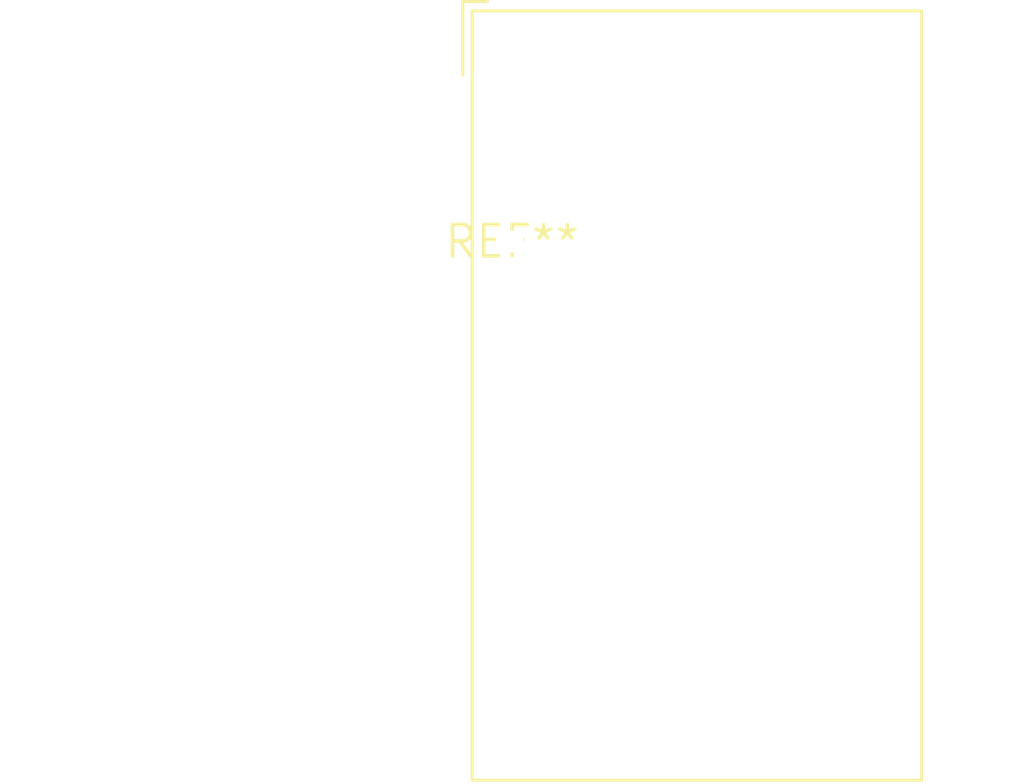
<source format=kicad_pcb>
(kicad_pcb (version 20240108) (generator pcbnew)
  (layers (0 "F.Cu" signal) (31 "B.Cu" signal) (34 "B.Paste" user) (35 "F.Paste" user) (36 "B.SilkS" user "B.Silkscreen") (37 "F.SilkS" user "F.Silkscreen") (38 "B.Mask" user) (39 "F.Mask" user) (44 "Edge.Cuts" user))
  (net 0 "")
  (footprint "Choke_Schaffner_RN242-04-18.0x31.0mm" (layer "F.Cu") (at 0 0)
    (property "Reference" "REF**")
    (property "Value" "Choke_Schaffner_RN242-04-18.0x31.0mm")
    (fp_line (start -2 -9.75) (end -2 -6.75) (layer "F.SilkS") (stroke (width 0.12)))
    (fp_line (start -2 -9.75) (end -1 -9.75) (layer "F.SilkS") (stroke (width 0.12)))
    (fp_line (start -1.62 -9.37) (end 16.62 -9.37) (layer "F.SilkS") (stroke (width 0.12)))
    (fp_line (start -1.62 21.87) (end -1.62 -9.37) (layer "F.SilkS") (stroke (width 0.12)))
    (fp_line (start 16.62 -9.37) (end 16.62 21.87) (layer "F.SilkS") (stroke (width 0.12)))
    (fp_line (start 16.62 21.87) (end -1.62 21.87) (layer "F.SilkS") (stroke (width 0.12)))
    (pad "1" thru_hole rect (at 0 0) (size 2 2) (drill 0.9) (layers *.Cu *.Mask) (remove_unused_layers))
    (pad "2" thru_hole circle (at 15 0) (size 2 2) (drill 0.9) (layers *.Cu *.Mask) (remove_unused_layers))
    (pad "3" thru_hole circle (at 0 12.5) (size 2 2) (drill 0.9) (layers *.Cu *.Mask) (remove_unused_layers))
    (pad "4" thru_hole circle (at 15 12.5) (size 2 2) (drill 0.9) (layers *.Cu *.Mask) (remove_unused_layers))
  )
)
</source>
